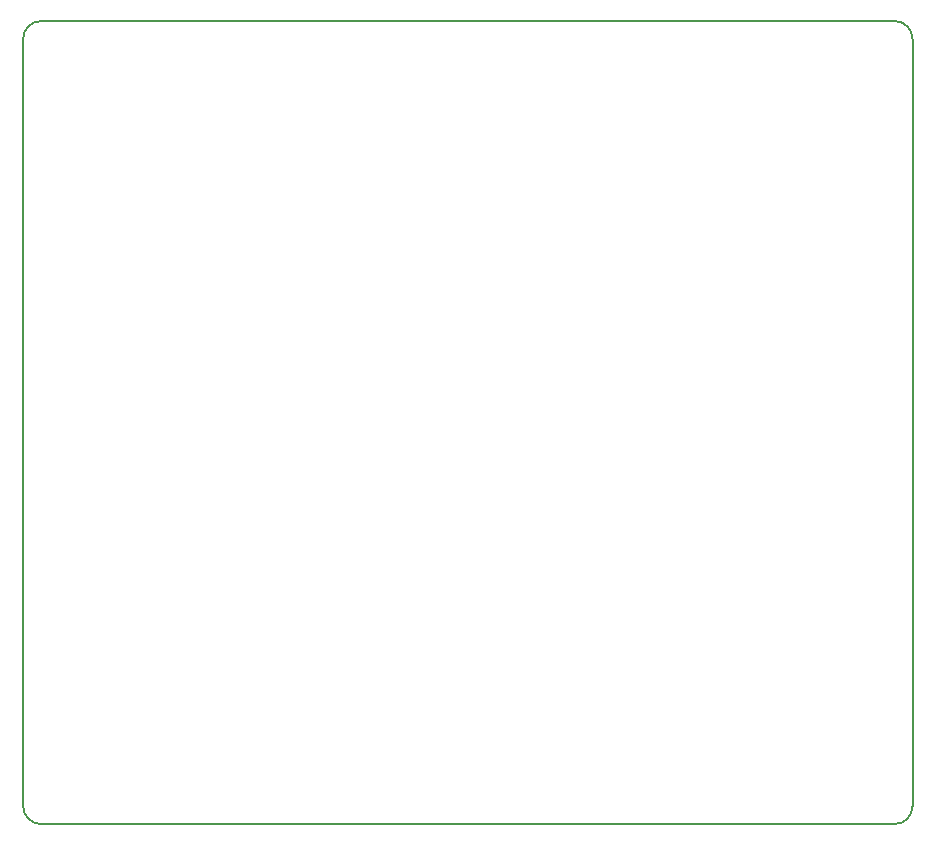
<source format=gm1>
G04 #@! TF.GenerationSoftware,KiCad,Pcbnew,7.0.2*
G04 #@! TF.CreationDate,2023-05-25T16:22:22+02:00*
G04 #@! TF.ProjectId,kim-1-dual-6532-adapter,6b696d2d-312d-4647-9561-6c2d36353332,rev?*
G04 #@! TF.SameCoordinates,Original*
G04 #@! TF.FileFunction,Profile,NP*
%FSLAX46Y46*%
G04 Gerber Fmt 4.6, Leading zero omitted, Abs format (unit mm)*
G04 Created by KiCad (PCBNEW 7.0.2) date 2023-05-25 16:22:22*
%MOMM*%
%LPD*%
G01*
G04 APERTURE LIST*
G04 #@! TA.AperFunction,Profile*
%ADD10C,0.150000*%
G04 #@! TD*
G04 APERTURE END LIST*
D10*
X106800000Y-116240000D02*
X34500660Y-116240000D01*
X108300000Y-49760000D02*
X108300000Y-114740000D01*
X108300000Y-49760000D02*
G75*
G03*
X106800000Y-48260000I-1500000J0D01*
G01*
X34500660Y-48260000D02*
X106800000Y-48260000D01*
X106800000Y-116240000D02*
G75*
G03*
X108300000Y-114740000I0J1500000D01*
G01*
X33000700Y-114740000D02*
G75*
G03*
X34500660Y-116240000I1500000J0D01*
G01*
X34500660Y-48259960D02*
G75*
G03*
X33000660Y-49760000I40J-1500040D01*
G01*
X33000660Y-114740000D02*
X33000660Y-49760000D01*
M02*

</source>
